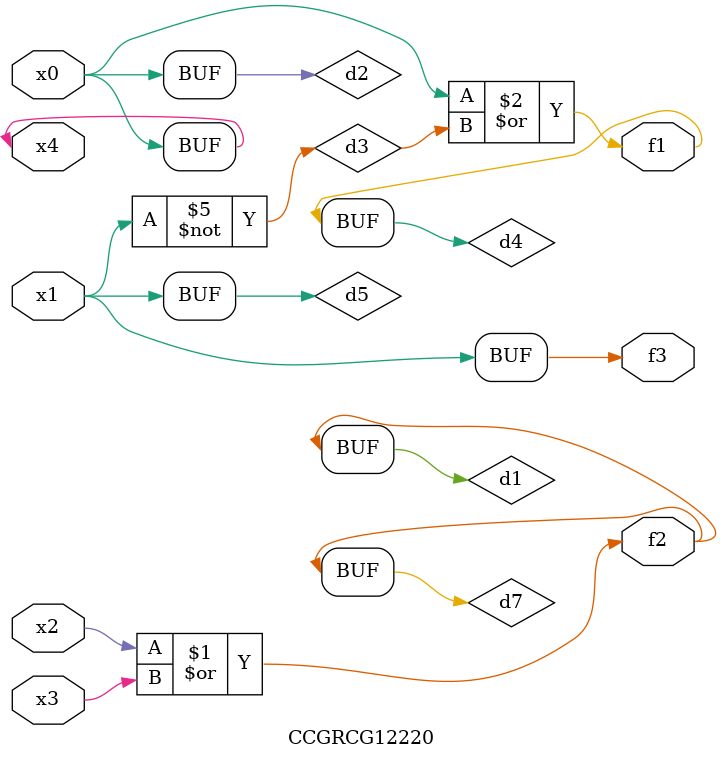
<source format=v>
module CCGRCG12220(
	input x0, x1, x2, x3, x4,
	output f1, f2, f3
);

	wire d1, d2, d3, d4, d5, d6, d7;

	or (d1, x2, x3);
	buf (d2, x0, x4);
	not (d3, x1);
	or (d4, d2, d3);
	not (d5, d3);
	nand (d6, d1, d3);
	or (d7, d1);
	assign f1 = d4;
	assign f2 = d7;
	assign f3 = d5;
endmodule

</source>
